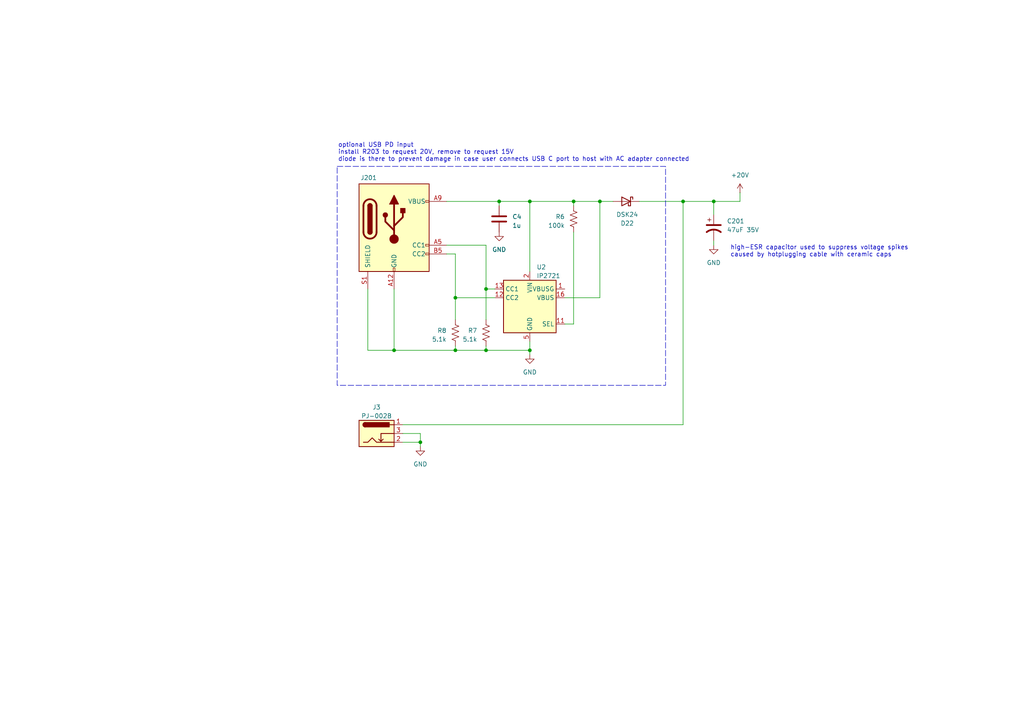
<source format=kicad_sch>
(kicad_sch
	(version 20250114)
	(generator "eeschema")
	(generator_version "9.0")
	(uuid "62756053-8f92-41aa-9a46-2fc6947760b2")
	(paper "A4")
	(lib_symbols
		(symbol "Connector:Barrel_Jack_Switch"
			(pin_names
				(hide yes)
			)
			(exclude_from_sim no)
			(in_bom yes)
			(on_board yes)
			(property "Reference" "J"
				(at 0 5.334 0)
				(effects
					(font
						(size 1.27 1.27)
					)
				)
			)
			(property "Value" "Barrel_Jack_Switch"
				(at 0 -5.08 0)
				(effects
					(font
						(size 1.27 1.27)
					)
				)
			)
			(property "Footprint" ""
				(at 1.27 -1.016 0)
				(effects
					(font
						(size 1.27 1.27)
					)
					(hide yes)
				)
			)
			(property "Datasheet" "~"
				(at 1.27 -1.016 0)
				(effects
					(font
						(size 1.27 1.27)
					)
					(hide yes)
				)
			)
			(property "Description" "DC Barrel Jack with an internal switch"
				(at 0 0 0)
				(effects
					(font
						(size 1.27 1.27)
					)
					(hide yes)
				)
			)
			(property "ki_keywords" "DC power barrel jack connector"
				(at 0 0 0)
				(effects
					(font
						(size 1.27 1.27)
					)
					(hide yes)
				)
			)
			(property "ki_fp_filters" "BarrelJack*"
				(at 0 0 0)
				(effects
					(font
						(size 1.27 1.27)
					)
					(hide yes)
				)
			)
			(symbol "Barrel_Jack_Switch_0_1"
				(rectangle
					(start -5.08 3.81)
					(end 5.08 -3.81)
					(stroke
						(width 0.254)
						(type default)
					)
					(fill
						(type background)
					)
				)
				(polyline
					(pts
						(xy -3.81 -2.54) (xy -2.54 -2.54) (xy -1.27 -1.27) (xy 0 -2.54) (xy 2.54 -2.54) (xy 5.08 -2.54)
					)
					(stroke
						(width 0.254)
						(type default)
					)
					(fill
						(type none)
					)
				)
				(arc
					(start -3.302 1.905)
					(mid -3.9343 2.54)
					(end -3.302 3.175)
					(stroke
						(width 0.254)
						(type default)
					)
					(fill
						(type none)
					)
				)
				(arc
					(start -3.302 1.905)
					(mid -3.9343 2.54)
					(end -3.302 3.175)
					(stroke
						(width 0.254)
						(type default)
					)
					(fill
						(type outline)
					)
				)
				(polyline
					(pts
						(xy 1.27 -2.286) (xy 1.905 -1.651)
					)
					(stroke
						(width 0.254)
						(type default)
					)
					(fill
						(type none)
					)
				)
				(rectangle
					(start 3.683 3.175)
					(end -3.302 1.905)
					(stroke
						(width 0.254)
						(type default)
					)
					(fill
						(type outline)
					)
				)
				(polyline
					(pts
						(xy 5.08 2.54) (xy 3.81 2.54)
					)
					(stroke
						(width 0.254)
						(type default)
					)
					(fill
						(type none)
					)
				)
				(polyline
					(pts
						(xy 5.08 0) (xy 1.27 0) (xy 1.27 -2.286) (xy 0.635 -1.651)
					)
					(stroke
						(width 0.254)
						(type default)
					)
					(fill
						(type none)
					)
				)
			)
			(symbol "Barrel_Jack_Switch_1_1"
				(pin passive line
					(at 7.62 2.54 180)
					(length 2.54)
					(name "~"
						(effects
							(font
								(size 1.27 1.27)
							)
						)
					)
					(number "1"
						(effects
							(font
								(size 1.27 1.27)
							)
						)
					)
				)
				(pin passive line
					(at 7.62 0 180)
					(length 2.54)
					(name "~"
						(effects
							(font
								(size 1.27 1.27)
							)
						)
					)
					(number "3"
						(effects
							(font
								(size 1.27 1.27)
							)
						)
					)
				)
				(pin passive line
					(at 7.62 -2.54 180)
					(length 2.54)
					(name "~"
						(effects
							(font
								(size 1.27 1.27)
							)
						)
					)
					(number "2"
						(effects
							(font
								(size 1.27 1.27)
							)
						)
					)
				)
			)
			(embedded_fonts no)
		)
		(symbol "Connector:USB_C_Receptacle_PowerOnly_6P"
			(pin_names
				(offset 1.016)
			)
			(exclude_from_sim no)
			(in_bom yes)
			(on_board yes)
			(property "Reference" "J"
				(at 0 16.51 0)
				(effects
					(font
						(size 1.27 1.27)
					)
					(justify bottom)
				)
			)
			(property "Value" "USB_C_Receptacle_PowerOnly_6P"
				(at 0 13.97 0)
				(effects
					(font
						(size 1.27 1.27)
					)
					(justify bottom)
				)
			)
			(property "Footprint" ""
				(at 3.81 2.54 0)
				(effects
					(font
						(size 1.27 1.27)
					)
					(hide yes)
				)
			)
			(property "Datasheet" "https://www.usb.org/sites/default/files/documents/usb_type-c.zip"
				(at 0 0 0)
				(effects
					(font
						(size 1.27 1.27)
					)
					(hide yes)
				)
			)
			(property "Description" "USB Power-Only 6P Type-C Receptacle connector"
				(at 0 0 0)
				(effects
					(font
						(size 1.27 1.27)
					)
					(hide yes)
				)
			)
			(property "ki_keywords" "usb universal serial bus type-C power-only charging-only 6P 6C"
				(at 0 0 0)
				(effects
					(font
						(size 1.27 1.27)
					)
					(hide yes)
				)
			)
			(property "ki_fp_filters" "USB*C*Receptacle*"
				(at 0 0 0)
				(effects
					(font
						(size 1.27 1.27)
					)
					(hide yes)
				)
			)
			(symbol "USB_C_Receptacle_PowerOnly_6P_0_0"
				(rectangle
					(start -0.254 -12.7)
					(end 0.254 -11.684)
					(stroke
						(width 0)
						(type default)
					)
					(fill
						(type none)
					)
				)
				(rectangle
					(start 10.16 7.874)
					(end 9.144 7.366)
					(stroke
						(width 0)
						(type default)
					)
					(fill
						(type none)
					)
				)
				(rectangle
					(start 10.16 -4.826)
					(end 9.144 -5.334)
					(stroke
						(width 0)
						(type default)
					)
					(fill
						(type none)
					)
				)
				(rectangle
					(start 10.16 -7.366)
					(end 9.144 -7.874)
					(stroke
						(width 0)
						(type default)
					)
					(fill
						(type none)
					)
				)
			)
			(symbol "USB_C_Receptacle_PowerOnly_6P_0_1"
				(rectangle
					(start -10.16 12.7)
					(end 10.16 -12.7)
					(stroke
						(width 0.254)
						(type default)
					)
					(fill
						(type background)
					)
				)
				(polyline
					(pts
						(xy -8.89 -1.27) (xy -8.89 6.35)
					)
					(stroke
						(width 0.508)
						(type default)
					)
					(fill
						(type none)
					)
				)
				(rectangle
					(start -7.62 -1.27)
					(end -6.35 6.35)
					(stroke
						(width 0.254)
						(type default)
					)
					(fill
						(type outline)
					)
				)
				(arc
					(start -7.62 6.35)
					(mid -6.985 6.9823)
					(end -6.35 6.35)
					(stroke
						(width 0.254)
						(type default)
					)
					(fill
						(type none)
					)
				)
				(arc
					(start -7.62 6.35)
					(mid -6.985 6.9823)
					(end -6.35 6.35)
					(stroke
						(width 0.254)
						(type default)
					)
					(fill
						(type outline)
					)
				)
				(arc
					(start -8.89 6.35)
					(mid -6.985 8.2467)
					(end -5.08 6.35)
					(stroke
						(width 0.508)
						(type default)
					)
					(fill
						(type none)
					)
				)
				(arc
					(start -5.08 -1.27)
					(mid -6.985 -3.1667)
					(end -8.89 -1.27)
					(stroke
						(width 0.508)
						(type default)
					)
					(fill
						(type none)
					)
				)
				(arc
					(start -6.35 -1.27)
					(mid -6.985 -1.9023)
					(end -7.62 -1.27)
					(stroke
						(width 0.254)
						(type default)
					)
					(fill
						(type none)
					)
				)
				(arc
					(start -6.35 -1.27)
					(mid -6.985 -1.9023)
					(end -7.62 -1.27)
					(stroke
						(width 0.254)
						(type default)
					)
					(fill
						(type outline)
					)
				)
				(polyline
					(pts
						(xy -5.08 6.35) (xy -5.08 -1.27)
					)
					(stroke
						(width 0.508)
						(type default)
					)
					(fill
						(type none)
					)
				)
				(circle
					(center -2.54 3.683)
					(radius 0.635)
					(stroke
						(width 0.254)
						(type default)
					)
					(fill
						(type outline)
					)
				)
				(polyline
					(pts
						(xy -1.27 6.858) (xy 0 9.398) (xy 1.27 6.858) (xy -1.27 6.858)
					)
					(stroke
						(width 0.254)
						(type default)
					)
					(fill
						(type outline)
					)
				)
				(polyline
					(pts
						(xy 0 0.508) (xy 2.54 3.048) (xy 2.54 4.318)
					)
					(stroke
						(width 0.508)
						(type default)
					)
					(fill
						(type none)
					)
				)
				(polyline
					(pts
						(xy 0 -0.762) (xy -2.54 1.778) (xy -2.54 3.048)
					)
					(stroke
						(width 0.508)
						(type default)
					)
					(fill
						(type none)
					)
				)
				(polyline
					(pts
						(xy 0 -3.302) (xy 0 6.858)
					)
					(stroke
						(width 0.508)
						(type default)
					)
					(fill
						(type none)
					)
				)
				(circle
					(center 0 -3.302)
					(radius 1.27)
					(stroke
						(width 0)
						(type default)
					)
					(fill
						(type outline)
					)
				)
				(rectangle
					(start 1.905 4.318)
					(end 3.175 5.588)
					(stroke
						(width 0.254)
						(type default)
					)
					(fill
						(type outline)
					)
				)
			)
			(symbol "USB_C_Receptacle_PowerOnly_6P_1_1"
				(pin passive line
					(at -7.62 -17.78 90)
					(length 5.08)
					(name "SHIELD"
						(effects
							(font
								(size 1.27 1.27)
							)
						)
					)
					(number "S1"
						(effects
							(font
								(size 1.27 1.27)
							)
						)
					)
				)
				(pin passive line
					(at 0 -17.78 90)
					(length 5.08)
					(name "GND"
						(effects
							(font
								(size 1.27 1.27)
							)
						)
					)
					(number "A12"
						(effects
							(font
								(size 1.27 1.27)
							)
						)
					)
				)
				(pin passive line
					(at 0 -17.78 90)
					(length 5.08)
					(hide yes)
					(name "GND"
						(effects
							(font
								(size 1.27 1.27)
							)
						)
					)
					(number "B12"
						(effects
							(font
								(size 1.27 1.27)
							)
						)
					)
				)
				(pin passive line
					(at 15.24 7.62 180)
					(length 5.08)
					(name "VBUS"
						(effects
							(font
								(size 1.27 1.27)
							)
						)
					)
					(number "A9"
						(effects
							(font
								(size 1.27 1.27)
							)
						)
					)
				)
				(pin passive line
					(at 15.24 7.62 180)
					(length 5.08)
					(hide yes)
					(name "VBUS"
						(effects
							(font
								(size 1.27 1.27)
							)
						)
					)
					(number "B9"
						(effects
							(font
								(size 1.27 1.27)
							)
						)
					)
				)
				(pin bidirectional line
					(at 15.24 -5.08 180)
					(length 5.08)
					(name "CC1"
						(effects
							(font
								(size 1.27 1.27)
							)
						)
					)
					(number "A5"
						(effects
							(font
								(size 1.27 1.27)
							)
						)
					)
				)
				(pin bidirectional line
					(at 15.24 -7.62 180)
					(length 5.08)
					(name "CC2"
						(effects
							(font
								(size 1.27 1.27)
							)
						)
					)
					(number "B5"
						(effects
							(font
								(size 1.27 1.27)
							)
						)
					)
				)
			)
			(embedded_fonts no)
		)
		(symbol "Device:C"
			(pin_numbers
				(hide yes)
			)
			(pin_names
				(offset 0.254)
			)
			(exclude_from_sim no)
			(in_bom yes)
			(on_board yes)
			(property "Reference" "C"
				(at 0.635 2.54 0)
				(effects
					(font
						(size 1.27 1.27)
					)
					(justify left)
				)
			)
			(property "Value" "C"
				(at 0.635 -2.54 0)
				(effects
					(font
						(size 1.27 1.27)
					)
					(justify left)
				)
			)
			(property "Footprint" ""
				(at 0.9652 -3.81 0)
				(effects
					(font
						(size 1.27 1.27)
					)
					(hide yes)
				)
			)
			(property "Datasheet" "~"
				(at 0 0 0)
				(effects
					(font
						(size 1.27 1.27)
					)
					(hide yes)
				)
			)
			(property "Description" "Unpolarized capacitor"
				(at 0 0 0)
				(effects
					(font
						(size 1.27 1.27)
					)
					(hide yes)
				)
			)
			(property "ki_keywords" "cap capacitor"
				(at 0 0 0)
				(effects
					(font
						(size 1.27 1.27)
					)
					(hide yes)
				)
			)
			(property "ki_fp_filters" "C_*"
				(at 0 0 0)
				(effects
					(font
						(size 1.27 1.27)
					)
					(hide yes)
				)
			)
			(symbol "C_0_1"
				(polyline
					(pts
						(xy -2.032 0.762) (xy 2.032 0.762)
					)
					(stroke
						(width 0.508)
						(type default)
					)
					(fill
						(type none)
					)
				)
				(polyline
					(pts
						(xy -2.032 -0.762) (xy 2.032 -0.762)
					)
					(stroke
						(width 0.508)
						(type default)
					)
					(fill
						(type none)
					)
				)
			)
			(symbol "C_1_1"
				(pin passive line
					(at 0 3.81 270)
					(length 2.794)
					(name "~"
						(effects
							(font
								(size 1.27 1.27)
							)
						)
					)
					(number "1"
						(effects
							(font
								(size 1.27 1.27)
							)
						)
					)
				)
				(pin passive line
					(at 0 -3.81 90)
					(length 2.794)
					(name "~"
						(effects
							(font
								(size 1.27 1.27)
							)
						)
					)
					(number "2"
						(effects
							(font
								(size 1.27 1.27)
							)
						)
					)
				)
			)
			(embedded_fonts no)
		)
		(symbol "Device:C_Polarized_US"
			(pin_numbers
				(hide yes)
			)
			(pin_names
				(offset 0.254)
				(hide yes)
			)
			(exclude_from_sim no)
			(in_bom yes)
			(on_board yes)
			(property "Reference" "C"
				(at 0.635 2.54 0)
				(effects
					(font
						(size 1.27 1.27)
					)
					(justify left)
				)
			)
			(property "Value" "C_Polarized_US"
				(at 0.635 -2.54 0)
				(effects
					(font
						(size 1.27 1.27)
					)
					(justify left)
				)
			)
			(property "Footprint" ""
				(at 0 0 0)
				(effects
					(font
						(size 1.27 1.27)
					)
					(hide yes)
				)
			)
			(property "Datasheet" "~"
				(at 0 0 0)
				(effects
					(font
						(size 1.27 1.27)
					)
					(hide yes)
				)
			)
			(property "Description" "Polarized capacitor, US symbol"
				(at 0 0 0)
				(effects
					(font
						(size 1.27 1.27)
					)
					(hide yes)
				)
			)
			(property "ki_keywords" "cap capacitor"
				(at 0 0 0)
				(effects
					(font
						(size 1.27 1.27)
					)
					(hide yes)
				)
			)
			(property "ki_fp_filters" "CP_*"
				(at 0 0 0)
				(effects
					(font
						(size 1.27 1.27)
					)
					(hide yes)
				)
			)
			(symbol "C_Polarized_US_0_1"
				(polyline
					(pts
						(xy -2.032 0.762) (xy 2.032 0.762)
					)
					(stroke
						(width 0.508)
						(type default)
					)
					(fill
						(type none)
					)
				)
				(polyline
					(pts
						(xy -1.778 2.286) (xy -0.762 2.286)
					)
					(stroke
						(width 0)
						(type default)
					)
					(fill
						(type none)
					)
				)
				(polyline
					(pts
						(xy -1.27 1.778) (xy -1.27 2.794)
					)
					(stroke
						(width 0)
						(type default)
					)
					(fill
						(type none)
					)
				)
				(arc
					(start -2.032 -1.27)
					(mid 0 -0.5572)
					(end 2.032 -1.27)
					(stroke
						(width 0.508)
						(type default)
					)
					(fill
						(type none)
					)
				)
			)
			(symbol "C_Polarized_US_1_1"
				(pin passive line
					(at 0 3.81 270)
					(length 2.794)
					(name "~"
						(effects
							(font
								(size 1.27 1.27)
							)
						)
					)
					(number "1"
						(effects
							(font
								(size 1.27 1.27)
							)
						)
					)
				)
				(pin passive line
					(at 0 -3.81 90)
					(length 3.302)
					(name "~"
						(effects
							(font
								(size 1.27 1.27)
							)
						)
					)
					(number "2"
						(effects
							(font
								(size 1.27 1.27)
							)
						)
					)
				)
			)
			(embedded_fonts no)
		)
		(symbol "Device:R_US"
			(pin_numbers
				(hide yes)
			)
			(pin_names
				(offset 0)
			)
			(exclude_from_sim no)
			(in_bom yes)
			(on_board yes)
			(property "Reference" "R"
				(at 2.54 0 90)
				(effects
					(font
						(size 1.27 1.27)
					)
				)
			)
			(property "Value" "R_US"
				(at -2.54 0 90)
				(effects
					(font
						(size 1.27 1.27)
					)
				)
			)
			(property "Footprint" ""
				(at 1.016 -0.254 90)
				(effects
					(font
						(size 1.27 1.27)
					)
					(hide yes)
				)
			)
			(property "Datasheet" "~"
				(at 0 0 0)
				(effects
					(font
						(size 1.27 1.27)
					)
					(hide yes)
				)
			)
			(property "Description" "Resistor, US symbol"
				(at 0 0 0)
				(effects
					(font
						(size 1.27 1.27)
					)
					(hide yes)
				)
			)
			(property "ki_keywords" "R res resistor"
				(at 0 0 0)
				(effects
					(font
						(size 1.27 1.27)
					)
					(hide yes)
				)
			)
			(property "ki_fp_filters" "R_*"
				(at 0 0 0)
				(effects
					(font
						(size 1.27 1.27)
					)
					(hide yes)
				)
			)
			(symbol "R_US_0_1"
				(polyline
					(pts
						(xy 0 2.286) (xy 0 2.54)
					)
					(stroke
						(width 0)
						(type default)
					)
					(fill
						(type none)
					)
				)
				(polyline
					(pts
						(xy 0 2.286) (xy 1.016 1.905) (xy 0 1.524) (xy -1.016 1.143) (xy 0 0.762)
					)
					(stroke
						(width 0)
						(type default)
					)
					(fill
						(type none)
					)
				)
				(polyline
					(pts
						(xy 0 0.762) (xy 1.016 0.381) (xy 0 0) (xy -1.016 -0.381) (xy 0 -0.762)
					)
					(stroke
						(width 0)
						(type default)
					)
					(fill
						(type none)
					)
				)
				(polyline
					(pts
						(xy 0 -0.762) (xy 1.016 -1.143) (xy 0 -1.524) (xy -1.016 -1.905) (xy 0 -2.286)
					)
					(stroke
						(width 0)
						(type default)
					)
					(fill
						(type none)
					)
				)
				(polyline
					(pts
						(xy 0 -2.286) (xy 0 -2.54)
					)
					(stroke
						(width 0)
						(type default)
					)
					(fill
						(type none)
					)
				)
			)
			(symbol "R_US_1_1"
				(pin passive line
					(at 0 3.81 270)
					(length 1.27)
					(name "~"
						(effects
							(font
								(size 1.27 1.27)
							)
						)
					)
					(number "1"
						(effects
							(font
								(size 1.27 1.27)
							)
						)
					)
				)
				(pin passive line
					(at 0 -3.81 90)
					(length 1.27)
					(name "~"
						(effects
							(font
								(size 1.27 1.27)
							)
						)
					)
					(number "2"
						(effects
							(font
								(size 1.27 1.27)
							)
						)
					)
				)
			)
			(embedded_fonts no)
		)
		(symbol "Diode:MBRA340"
			(pin_numbers
				(hide yes)
			)
			(pin_names
				(hide yes)
			)
			(exclude_from_sim no)
			(in_bom yes)
			(on_board yes)
			(property "Reference" "D"
				(at 0 2.54 0)
				(effects
					(font
						(size 1.27 1.27)
					)
				)
			)
			(property "Value" "MBRA340"
				(at 0 -2.54 0)
				(effects
					(font
						(size 1.27 1.27)
					)
				)
			)
			(property "Footprint" "Diode_SMD:D_SMA"
				(at 0 -4.445 0)
				(effects
					(font
						(size 1.27 1.27)
					)
					(hide yes)
				)
			)
			(property "Datasheet" "https://www.onsemi.com/pub/Collateral/MBRA340T3-D.PDF"
				(at 0 0 0)
				(effects
					(font
						(size 1.27 1.27)
					)
					(hide yes)
				)
			)
			(property "Description" "40V 3A Schottky Barrier Rectifier Diode, SMA(DO-214AC)"
				(at 0 0 0)
				(effects
					(font
						(size 1.27 1.27)
					)
					(hide yes)
				)
			)
			(property "ki_keywords" "diode Schottky"
				(at 0 0 0)
				(effects
					(font
						(size 1.27 1.27)
					)
					(hide yes)
				)
			)
			(property "ki_fp_filters" "D*SMA*"
				(at 0 0 0)
				(effects
					(font
						(size 1.27 1.27)
					)
					(hide yes)
				)
			)
			(symbol "MBRA340_0_1"
				(polyline
					(pts
						(xy -1.905 0.635) (xy -1.905 1.27) (xy -1.27 1.27) (xy -1.27 -1.27) (xy -0.635 -1.27) (xy -0.635 -0.635)
					)
					(stroke
						(width 0.254)
						(type default)
					)
					(fill
						(type none)
					)
				)
				(polyline
					(pts
						(xy 1.27 1.27) (xy 1.27 -1.27) (xy -1.27 0) (xy 1.27 1.27)
					)
					(stroke
						(width 0.254)
						(type default)
					)
					(fill
						(type none)
					)
				)
				(polyline
					(pts
						(xy 1.27 0) (xy -1.27 0)
					)
					(stroke
						(width 0)
						(type default)
					)
					(fill
						(type none)
					)
				)
			)
			(symbol "MBRA340_1_1"
				(pin passive line
					(at -3.81 0 0)
					(length 2.54)
					(name "K"
						(effects
							(font
								(size 1.27 1.27)
							)
						)
					)
					(number "1"
						(effects
							(font
								(size 1.27 1.27)
							)
						)
					)
				)
				(pin passive line
					(at 3.81 0 180)
					(length 2.54)
					(name "A"
						(effects
							(font
								(size 1.27 1.27)
							)
						)
					)
					(number "2"
						(effects
							(font
								(size 1.27 1.27)
							)
						)
					)
				)
			)
			(embedded_fonts no)
		)
		(symbol "Interface_USB:IP2721"
			(exclude_from_sim no)
			(in_bom yes)
			(on_board yes)
			(property "Reference" "U"
				(at 5.08 -10.16 0)
				(effects
					(font
						(size 1.27 1.27)
					)
				)
			)
			(property "Value" "IP2721"
				(at 7.62 -12.7 0)
				(effects
					(font
						(size 1.27 1.27)
					)
				)
			)
			(property "Footprint" "Package_SO:TSSOP-16_4.4x5mm_P0.65mm"
				(at 0 -20.32 0)
				(effects
					(font
						(size 1.27 1.27)
					)
					(hide yes)
				)
			)
			(property "Datasheet" "https://datasheet.lcsc.com/lcsc/2006111335_INJOINIC-IP2721_C603176.pdf"
				(at 0 0 0)
				(effects
					(font
						(size 1.27 1.27)
					)
					(hide yes)
				)
			)
			(property "Description" "USB TYPEC  PD Controller Interface, TSSOP-16"
				(at 0 0 0)
				(effects
					(font
						(size 1.27 1.27)
					)
					(hide yes)
				)
			)
			(property "ki_keywords" "USB TYPEC PD"
				(at 0 0 0)
				(effects
					(font
						(size 1.27 1.27)
					)
					(hide yes)
				)
			)
			(property "ki_fp_filters" "TSSOP*16*4.4x5mm*P0.65mm*"
				(at 0 0 0)
				(effects
					(font
						(size 1.27 1.27)
					)
					(hide yes)
				)
			)
			(symbol "IP2721_0_1"
				(rectangle
					(start -7.62 7.62)
					(end 7.62 -7.62)
					(stroke
						(width 0.254)
						(type default)
					)
					(fill
						(type background)
					)
				)
			)
			(symbol "IP2721_1_1"
				(pin bidirectional line
					(at -10.16 5.08 0)
					(length 2.54)
					(name "CC1"
						(effects
							(font
								(size 1.27 1.27)
							)
						)
					)
					(number "13"
						(effects
							(font
								(size 1.27 1.27)
							)
						)
					)
				)
				(pin bidirectional line
					(at -10.16 2.54 0)
					(length 2.54)
					(name "CC2"
						(effects
							(font
								(size 1.27 1.27)
							)
						)
					)
					(number "12"
						(effects
							(font
								(size 1.27 1.27)
							)
						)
					)
				)
				(pin no_connect line
					(at -7.62 -2.54 0)
					(length 2.54)
					(hide yes)
					(name "NC"
						(effects
							(font
								(size 1.27 1.27)
							)
						)
					)
					(number "4"
						(effects
							(font
								(size 1.27 1.27)
							)
						)
					)
				)
				(pin no_connect line
					(at -5.08 7.62 270)
					(length 2.54)
					(hide yes)
					(name "NC"
						(effects
							(font
								(size 1.27 1.27)
							)
						)
					)
					(number "3"
						(effects
							(font
								(size 1.27 1.27)
							)
						)
					)
				)
				(pin no_connect line
					(at -5.08 -7.62 90)
					(length 2.54)
					(hide yes)
					(name "NC"
						(effects
							(font
								(size 1.27 1.27)
							)
						)
					)
					(number "9"
						(effects
							(font
								(size 1.27 1.27)
							)
						)
					)
				)
				(pin no_connect line
					(at -2.54 7.62 270)
					(length 2.54)
					(hide yes)
					(name "NC"
						(effects
							(font
								(size 1.27 1.27)
							)
						)
					)
					(number "6"
						(effects
							(font
								(size 1.27 1.27)
							)
						)
					)
				)
				(pin no_connect line
					(at -2.54 -7.62 90)
					(length 2.54)
					(hide yes)
					(name "NC"
						(effects
							(font
								(size 1.27 1.27)
							)
						)
					)
					(number "10"
						(effects
							(font
								(size 1.27 1.27)
							)
						)
					)
				)
				(pin power_in line
					(at 0 10.16 270)
					(length 2.54)
					(name "VIN"
						(effects
							(font
								(size 1.27 1.27)
							)
						)
					)
					(number "2"
						(effects
							(font
								(size 1.27 1.27)
							)
						)
					)
				)
				(pin power_in line
					(at 0 -10.16 90)
					(length 2.54)
					(name "GND"
						(effects
							(font
								(size 1.27 1.27)
							)
						)
					)
					(number "5"
						(effects
							(font
								(size 1.27 1.27)
							)
						)
					)
				)
				(pin no_connect line
					(at 2.54 7.62 90)
					(length 2.54)
					(hide yes)
					(name "NC"
						(effects
							(font
								(size 1.27 1.27)
							)
						)
					)
					(number "7"
						(effects
							(font
								(size 1.27 1.27)
							)
						)
					)
				)
				(pin no_connect line
					(at 2.54 -7.62 90)
					(length 2.54)
					(hide yes)
					(name "NC"
						(effects
							(font
								(size 1.27 1.27)
							)
						)
					)
					(number "14"
						(effects
							(font
								(size 1.27 1.27)
							)
						)
					)
				)
				(pin no_connect line
					(at 5.08 7.62 90)
					(length 2.54)
					(hide yes)
					(name "NC"
						(effects
							(font
								(size 1.27 1.27)
							)
						)
					)
					(number "8"
						(effects
							(font
								(size 1.27 1.27)
							)
						)
					)
				)
				(pin no_connect line
					(at 5.08 -7.62 90)
					(length 2.54)
					(hide yes)
					(name "NC"
						(effects
							(font
								(size 1.27 1.27)
							)
						)
					)
					(number "15"
						(effects
							(font
								(size 1.27 1.27)
							)
						)
					)
				)
				(pin output line
					(at 10.16 5.08 180)
					(length 2.54)
					(name "VBUSG"
						(effects
							(font
								(size 1.27 1.27)
							)
						)
					)
					(number "1"
						(effects
							(font
								(size 1.27 1.27)
							)
						)
					)
				)
				(pin input line
					(at 10.16 2.54 180)
					(length 2.54)
					(name "VBUS"
						(effects
							(font
								(size 1.27 1.27)
							)
						)
					)
					(number "16"
						(effects
							(font
								(size 1.27 1.27)
							)
						)
					)
				)
				(pin input line
					(at 10.16 -5.08 180)
					(length 2.54)
					(name "SEL"
						(effects
							(font
								(size 1.27 1.27)
							)
						)
					)
					(number "11"
						(effects
							(font
								(size 1.27 1.27)
							)
						)
					)
				)
			)
			(embedded_fonts no)
		)
		(symbol "power:+24V"
			(power)
			(pin_numbers
				(hide yes)
			)
			(pin_names
				(offset 0)
				(hide yes)
			)
			(exclude_from_sim no)
			(in_bom yes)
			(on_board yes)
			(property "Reference" "#PWR"
				(at 0 -3.81 0)
				(effects
					(font
						(size 1.27 1.27)
					)
					(hide yes)
				)
			)
			(property "Value" "+24V"
				(at 0 3.556 0)
				(effects
					(font
						(size 1.27 1.27)
					)
				)
			)
			(property "Footprint" ""
				(at 0 0 0)
				(effects
					(font
						(size 1.27 1.27)
					)
					(hide yes)
				)
			)
			(property "Datasheet" ""
				(at 0 0 0)
				(effects
					(font
						(size 1.27 1.27)
					)
					(hide yes)
				)
			)
			(property "Description" "Power symbol creates a global label with name \"+24V\""
				(at 0 0 0)
				(effects
					(font
						(size 1.27 1.27)
					)
					(hide yes)
				)
			)
			(property "ki_keywords" "global power"
				(at 0 0 0)
				(effects
					(font
						(size 1.27 1.27)
					)
					(hide yes)
				)
			)
			(symbol "+24V_0_1"
				(polyline
					(pts
						(xy -0.762 1.27) (xy 0 2.54)
					)
					(stroke
						(width 0)
						(type default)
					)
					(fill
						(type none)
					)
				)
				(polyline
					(pts
						(xy 0 2.54) (xy 0.762 1.27)
					)
					(stroke
						(width 0)
						(type default)
					)
					(fill
						(type none)
					)
				)
				(polyline
					(pts
						(xy 0 0) (xy 0 2.54)
					)
					(stroke
						(width 0)
						(type default)
					)
					(fill
						(type none)
					)
				)
			)
			(symbol "+24V_1_1"
				(pin power_in line
					(at 0 0 90)
					(length 0)
					(name "~"
						(effects
							(font
								(size 1.27 1.27)
							)
						)
					)
					(number "1"
						(effects
							(font
								(size 1.27 1.27)
							)
						)
					)
				)
			)
			(embedded_fonts no)
		)
		(symbol "power:GND"
			(power)
			(pin_names
				(offset 0)
			)
			(exclude_from_sim no)
			(in_bom yes)
			(on_board yes)
			(property "Reference" "#PWR"
				(at 0 -6.35 0)
				(effects
					(font
						(size 1.27 1.27)
					)
					(hide yes)
				)
			)
			(property "Value" "GND"
				(at 0 -3.81 0)
				(effects
					(font
						(size 1.27 1.27)
					)
				)
			)
			(property "Footprint" ""
				(at 0 0 0)
				(effects
					(font
						(size 1.27 1.27)
					)
					(hide yes)
				)
			)
			(property "Datasheet" ""
				(at 0 0 0)
				(effects
					(font
						(size 1.27 1.27)
					)
					(hide yes)
				)
			)
			(property "Description" "Power symbol creates a global label with name \"GND\" , ground"
				(at 0 0 0)
				(effects
					(font
						(size 1.27 1.27)
					)
					(hide yes)
				)
			)
			(property "ki_keywords" "global power"
				(at 0 0 0)
				(effects
					(font
						(size 1.27 1.27)
					)
					(hide yes)
				)
			)
			(symbol "GND_0_1"
				(polyline
					(pts
						(xy 0 0) (xy 0 -1.27) (xy 1.27 -1.27) (xy 0 -2.54) (xy -1.27 -1.27) (xy 0 -1.27)
					)
					(stroke
						(width 0)
						(type default)
					)
					(fill
						(type none)
					)
				)
			)
			(symbol "GND_1_1"
				(pin power_in line
					(at 0 0 270)
					(length 0)
					(hide yes)
					(name "GND"
						(effects
							(font
								(size 1.27 1.27)
							)
						)
					)
					(number "1"
						(effects
							(font
								(size 1.27 1.27)
							)
						)
					)
				)
			)
			(embedded_fonts no)
		)
	)
	(rectangle
		(start 97.79 48.26)
		(end 193.04 111.76)
		(stroke
			(width 0)
			(type dash)
		)
		(fill
			(type none)
		)
		(uuid 796311aa-81ec-4ccf-97e8-7b7105dbed67)
	)
	(text "optional USB PD input\ninstall R203 to request 20V, remove to request 15V\ndiode is there to prevent damage in case user connects USB C port to host with AC adapter connected"
		(exclude_from_sim no)
		(at 98.044 46.99 0)
		(effects
			(font
				(size 1.27 1.27)
			)
			(justify left bottom)
		)
		(uuid "a2ec0c3b-4340-4245-964d-58bde42e7104")
	)
	(text "high-ESR capacitor used to suppress voltage spikes \ncaused by hotplugging cable with ceramic caps"
		(exclude_from_sim no)
		(at 211.836 74.676 0)
		(effects
			(font
				(size 1.27 1.27)
			)
			(justify left bottom)
		)
		(uuid "e5f6d523-65ec-43eb-8919-81822710e0fd")
	)
	(junction
		(at 132.08 86.36)
		(diameter 0)
		(color 0 0 0 0)
		(uuid "270291f4-0d0d-457a-9bbd-5ec0da387111")
	)
	(junction
		(at 121.92 128.27)
		(diameter 0)
		(color 0 0 0 0)
		(uuid "281448b9-27f8-438f-b156-67efa9ec5582")
	)
	(junction
		(at 132.08 101.6)
		(diameter 0)
		(color 0 0 0 0)
		(uuid "6048bd87-edc4-4e1a-88c6-9d59e56a960a")
	)
	(junction
		(at 153.67 58.42)
		(diameter 0)
		(color 0 0 0 0)
		(uuid "6df2c057-2c69-4d16-9e39-c5573a06bffe")
	)
	(junction
		(at 173.99 58.42)
		(diameter 0)
		(color 0 0 0 0)
		(uuid "754f38a1-495d-42c2-9e6d-1114acb15877")
	)
	(junction
		(at 198.12 58.42)
		(diameter 0)
		(color 0 0 0 0)
		(uuid "8911d8ee-8f6d-4446-9e8a-76729f48c42a")
	)
	(junction
		(at 207.01 58.42)
		(diameter 0)
		(color 0 0 0 0)
		(uuid "943d1b27-a161-4f08-9f5f-9ef21ef81ee3")
	)
	(junction
		(at 166.37 58.42)
		(diameter 0)
		(color 0 0 0 0)
		(uuid "954ffaa7-5a72-4251-b8d8-dbfeb189c7c8")
	)
	(junction
		(at 140.97 101.6)
		(diameter 0)
		(color 0 0 0 0)
		(uuid "a9c38d1f-ac37-4243-bc9b-d8b995cf7eae")
	)
	(junction
		(at 153.67 101.6)
		(diameter 0)
		(color 0 0 0 0)
		(uuid "bc0baf35-fb55-4abb-bbf7-50992592dd21")
	)
	(junction
		(at 114.3 101.6)
		(diameter 0)
		(color 0 0 0 0)
		(uuid "c6af0049-4223-4859-a76b-87877a2b1d31")
	)
	(junction
		(at 140.97 83.82)
		(diameter 0)
		(color 0 0 0 0)
		(uuid "cc9d0e1e-d00c-4ba0-8dc0-d750e4de6510")
	)
	(junction
		(at 144.78 58.42)
		(diameter 0)
		(color 0 0 0 0)
		(uuid "fac69fba-d407-43e8-90f8-b6f43f24f576")
	)
	(wire
		(pts
			(xy 140.97 100.33) (xy 140.97 101.6)
		)
		(stroke
			(width 0)
			(type default)
		)
		(uuid "02801d47-2f2a-4eea-ac65-1de30ee2abe2")
	)
	(wire
		(pts
			(xy 132.08 101.6) (xy 132.08 100.33)
		)
		(stroke
			(width 0)
			(type default)
		)
		(uuid "068f3a7d-c74c-4f53-bef0-d6f8f1d29284")
	)
	(wire
		(pts
			(xy 114.3 101.6) (xy 106.68 101.6)
		)
		(stroke
			(width 0)
			(type default)
		)
		(uuid "0aa8fb17-5914-4a0e-9d42-9c0124215e89")
	)
	(wire
		(pts
			(xy 132.08 101.6) (xy 140.97 101.6)
		)
		(stroke
			(width 0)
			(type default)
		)
		(uuid "0cd17908-32cd-42e0-a885-2fe9eb767755")
	)
	(wire
		(pts
			(xy 140.97 83.82) (xy 140.97 92.71)
		)
		(stroke
			(width 0)
			(type default)
		)
		(uuid "111e086f-dfcd-4f7a-9fce-760f781a06e7")
	)
	(wire
		(pts
			(xy 207.01 58.42) (xy 214.63 58.42)
		)
		(stroke
			(width 0)
			(type default)
		)
		(uuid "1bba054b-a696-4b79-a699-da7e3df1171b")
	)
	(wire
		(pts
			(xy 166.37 58.42) (xy 173.99 58.42)
		)
		(stroke
			(width 0)
			(type default)
		)
		(uuid "20f44743-bd73-4160-9feb-fc606f104ad4")
	)
	(wire
		(pts
			(xy 140.97 101.6) (xy 153.67 101.6)
		)
		(stroke
			(width 0)
			(type default)
		)
		(uuid "2258fc11-36de-43cf-9ef0-8c53264fb1c9")
	)
	(wire
		(pts
			(xy 129.54 58.42) (xy 144.78 58.42)
		)
		(stroke
			(width 0)
			(type default)
		)
		(uuid "2b56a4e5-eece-4713-aca8-ffdfba031c47")
	)
	(wire
		(pts
			(xy 173.99 86.36) (xy 163.83 86.36)
		)
		(stroke
			(width 0)
			(type default)
		)
		(uuid "395d47ca-c94d-4db3-bf15-ca01d39acb90")
	)
	(wire
		(pts
			(xy 121.92 125.73) (xy 121.92 128.27)
		)
		(stroke
			(width 0)
			(type default)
		)
		(uuid "3b0bd82d-02c1-44c0-9985-f8fdde975f02")
	)
	(wire
		(pts
			(xy 121.92 128.27) (xy 121.92 129.54)
		)
		(stroke
			(width 0)
			(type default)
		)
		(uuid "3fd4f179-5890-41f3-9c3f-0dbab0d330ed")
	)
	(wire
		(pts
			(xy 114.3 83.82) (xy 114.3 101.6)
		)
		(stroke
			(width 0)
			(type default)
		)
		(uuid "4220c492-7142-455f-a08c-48a1c0949f3c")
	)
	(wire
		(pts
			(xy 144.78 58.42) (xy 144.78 59.69)
		)
		(stroke
			(width 0)
			(type default)
		)
		(uuid "479f22bb-885c-4d6e-aa62-bd0b19b4d850")
	)
	(wire
		(pts
			(xy 153.67 99.06) (xy 153.67 101.6)
		)
		(stroke
			(width 0)
			(type default)
		)
		(uuid "4d90022b-ea1a-4307-b87b-9054ac723118")
	)
	(wire
		(pts
			(xy 106.68 83.82) (xy 106.68 101.6)
		)
		(stroke
			(width 0)
			(type default)
		)
		(uuid "56505e59-aef8-4e35-b733-8a45ff449730")
	)
	(wire
		(pts
			(xy 114.3 101.6) (xy 132.08 101.6)
		)
		(stroke
			(width 0)
			(type default)
		)
		(uuid "5733b790-7149-4d5d-a39a-398ce67eaac5")
	)
	(wire
		(pts
			(xy 207.01 58.42) (xy 198.12 58.42)
		)
		(stroke
			(width 0)
			(type default)
		)
		(uuid "58ef8b8b-3bf2-429e-8097-fddedffda1bd")
	)
	(wire
		(pts
			(xy 129.54 71.12) (xy 140.97 71.12)
		)
		(stroke
			(width 0)
			(type default)
		)
		(uuid "6192f2bc-a12c-4591-8747-5b0229334dea")
	)
	(wire
		(pts
			(xy 153.67 58.42) (xy 166.37 58.42)
		)
		(stroke
			(width 0)
			(type default)
		)
		(uuid "695e307f-6ef0-4267-a74e-db8ecc34467f")
	)
	(wire
		(pts
			(xy 121.92 128.27) (xy 116.84 128.27)
		)
		(stroke
			(width 0)
			(type default)
		)
		(uuid "6d0b79e2-0bce-459f-b82a-672dbb27690c")
	)
	(wire
		(pts
			(xy 116.84 125.73) (xy 121.92 125.73)
		)
		(stroke
			(width 0)
			(type default)
		)
		(uuid "7453bc80-7e3e-4494-9532-098e8c1e0164")
	)
	(wire
		(pts
			(xy 116.84 123.19) (xy 198.12 123.19)
		)
		(stroke
			(width 0)
			(type default)
		)
		(uuid "7818a50e-154e-4c66-a3ae-449d34a8f51c")
	)
	(wire
		(pts
			(xy 214.63 55.88) (xy 214.63 58.42)
		)
		(stroke
			(width 0)
			(type default)
		)
		(uuid "7c92e78b-3431-459d-86b9-6e790aacde9d")
	)
	(wire
		(pts
			(xy 173.99 58.42) (xy 173.99 86.36)
		)
		(stroke
			(width 0)
			(type default)
		)
		(uuid "86228951-3c59-487f-9c08-5c3896626563")
	)
	(wire
		(pts
			(xy 185.42 58.42) (xy 198.12 58.42)
		)
		(stroke
			(width 0)
			(type default)
		)
		(uuid "91c0aa7d-20cc-459c-be81-d48bfb90f33d")
	)
	(wire
		(pts
			(xy 198.12 123.19) (xy 198.12 58.42)
		)
		(stroke
			(width 0)
			(type default)
		)
		(uuid "9a71e2d2-56e0-47f0-97a2-a241501d81d3")
	)
	(wire
		(pts
			(xy 132.08 73.66) (xy 129.54 73.66)
		)
		(stroke
			(width 0)
			(type default)
		)
		(uuid "9da1e92f-ab5a-4d4c-be7b-83a10d889807")
	)
	(wire
		(pts
			(xy 153.67 102.87) (xy 153.67 101.6)
		)
		(stroke
			(width 0)
			(type default)
		)
		(uuid "9f483dd4-abe5-4757-bab1-f6775ef60914")
	)
	(wire
		(pts
			(xy 207.01 62.23) (xy 207.01 58.42)
		)
		(stroke
			(width 0)
			(type default)
		)
		(uuid "aad81eaa-66a1-44df-a31e-4fe3b213f327")
	)
	(wire
		(pts
			(xy 140.97 83.82) (xy 143.51 83.82)
		)
		(stroke
			(width 0)
			(type default)
		)
		(uuid "aec540c0-9c10-4790-b113-efcdd5f2de42")
	)
	(wire
		(pts
			(xy 166.37 93.98) (xy 166.37 67.31)
		)
		(stroke
			(width 0)
			(type default)
		)
		(uuid "b27f6613-6268-4004-a785-6ced1dbe4f5a")
	)
	(wire
		(pts
			(xy 144.78 58.42) (xy 153.67 58.42)
		)
		(stroke
			(width 0)
			(type default)
		)
		(uuid "bbf9caed-2d56-4397-bacb-88ee8c6b00ce")
	)
	(wire
		(pts
			(xy 153.67 58.42) (xy 153.67 78.74)
		)
		(stroke
			(width 0)
			(type default)
		)
		(uuid "c3f9c830-af10-48ba-b586-06283ce06c6f")
	)
	(wire
		(pts
			(xy 163.83 93.98) (xy 166.37 93.98)
		)
		(stroke
			(width 0)
			(type default)
		)
		(uuid "c8b5a00d-73a2-4ba1-86cb-6fc9d2b3cf43")
	)
	(wire
		(pts
			(xy 173.99 58.42) (xy 177.8 58.42)
		)
		(stroke
			(width 0)
			(type default)
		)
		(uuid "d3472d18-6279-4b63-b864-a34cb26bdaa2")
	)
	(wire
		(pts
			(xy 132.08 86.36) (xy 132.08 73.66)
		)
		(stroke
			(width 0)
			(type default)
		)
		(uuid "d893330b-167a-45d5-ab9f-5507517135c4")
	)
	(wire
		(pts
			(xy 207.01 71.12) (xy 207.01 69.85)
		)
		(stroke
			(width 0)
			(type default)
		)
		(uuid "db4bf17c-2c9f-471d-a9dd-0459769dea2c")
	)
	(wire
		(pts
			(xy 140.97 71.12) (xy 140.97 83.82)
		)
		(stroke
			(width 0)
			(type default)
		)
		(uuid "eac73d06-86fb-4c33-b93c-a3ba2dd43f2b")
	)
	(wire
		(pts
			(xy 166.37 58.42) (xy 166.37 59.69)
		)
		(stroke
			(width 0)
			(type default)
		)
		(uuid "ef8ef2ed-db81-4ae0-bac8-b6bf5b329ea5")
	)
	(wire
		(pts
			(xy 132.08 92.71) (xy 132.08 86.36)
		)
		(stroke
			(width 0)
			(type default)
		)
		(uuid "f4aa2fd2-219e-44dd-a1f1-04c91fdb52fb")
	)
	(wire
		(pts
			(xy 132.08 86.36) (xy 143.51 86.36)
		)
		(stroke
			(width 0)
			(type default)
		)
		(uuid "fe353aeb-c528-4ba3-9f47-1d74a878189a")
	)
	(symbol
		(lib_id "Device:C_Polarized_US")
		(at 207.01 66.04 0)
		(unit 1)
		(exclude_from_sim no)
		(in_bom yes)
		(on_board yes)
		(dnp no)
		(fields_autoplaced yes)
		(uuid "15fa3437-963f-4a64-b702-765b70ca8b6e")
		(property "Reference" "C201"
			(at 210.82 64.1349 0)
			(effects
				(font
					(size 1.27 1.27)
				)
				(justify left)
			)
		)
		(property "Value" "47uF 35V"
			(at 210.82 66.6749 0)
			(effects
				(font
					(size 1.27 1.27)
				)
				(justify left)
			)
		)
		(property "Footprint" "Capacitor_SMD:CP_Elec_6.3x5.8"
			(at 207.01 66.04 0)
			(effects
				(font
					(size 1.27 1.27)
				)
				(hide yes)
			)
		)
		(property "Datasheet" "~"
			(at 207.01 66.04 0)
			(effects
				(font
					(size 1.27 1.27)
				)
				(hide yes)
			)
		)
		(property "Description" "Polarized capacitor, US symbol"
			(at 207.01 66.04 0)
			(effects
				(font
					(size 1.27 1.27)
				)
				(hide yes)
			)
		)
		(property "LCSC" "C178565"
			(at 207.01 66.04 0)
			(effects
				(font
					(size 1.27 1.27)
				)
				(hide yes)
			)
		)
		(property "MPN" "EEEFK1V470P"
			(at 207.01 66.04 0)
			(effects
				(font
					(size 1.27 1.27)
				)
				(hide yes)
			)
		)
		(property "Sim.Enable" ""
			(at 207.01 66.04 0)
			(effects
				(font
					(size 1.27 1.27)
				)
			)
		)
		(pin "1"
			(uuid "ae6a3ae1-8da8-49e1-9c96-2145d3ecc93d")
		)
		(pin "2"
			(uuid "691ac617-23f2-44a4-8f1f-1e6be501a930")
		)
		(instances
			(project ""
				(path "/63cba488-b124-45a5-8c04-7c074fb2a8aa/afcc1f7d-e242-43c5-82be-e1054f4bb4ab"
					(reference "C201")
					(unit 1)
				)
			)
		)
	)
	(symbol
		(lib_id "power:GND")
		(at 144.78 67.31 0)
		(unit 1)
		(exclude_from_sim no)
		(in_bom yes)
		(on_board yes)
		(dnp no)
		(fields_autoplaced yes)
		(uuid "1a8b9e5f-ad01-4a8b-a086-c981e6fb077e")
		(property "Reference" "#PWR09"
			(at 144.78 73.66 0)
			(effects
				(font
					(size 1.27 1.27)
				)
				(hide yes)
			)
		)
		(property "Value" "GND"
			(at 144.78 72.39 0)
			(effects
				(font
					(size 1.27 1.27)
				)
			)
		)
		(property "Footprint" ""
			(at 144.78 67.31 0)
			(effects
				(font
					(size 1.27 1.27)
				)
				(hide yes)
			)
		)
		(property "Datasheet" ""
			(at 144.78 67.31 0)
			(effects
				(font
					(size 1.27 1.27)
				)
				(hide yes)
			)
		)
		(property "Description" ""
			(at 144.78 67.31 0)
			(effects
				(font
					(size 1.27 1.27)
				)
				(hide yes)
			)
		)
		(pin "1"
			(uuid "efcc2c05-6be4-456d-8a93-2f62f2bde7f5")
		)
		(instances
			(project "boostdriver-al8853"
				(path "/00727dd6-05dc-45da-8b8a-290f08de5929"
					(reference "#PWR09")
					(unit 1)
				)
				(path "/00727dd6-05dc-45da-8b8a-290f08de5929/3744c170-bbff-4e9f-bb30-8b581ef6d196"
					(reference "#PWR0202")
					(unit 1)
				)
			)
			(project "backlight"
				(path "/63cba488-b124-45a5-8c04-7c074fb2a8aa/afcc1f7d-e242-43c5-82be-e1054f4bb4ab"
					(reference "#PWR09")
					(unit 1)
				)
			)
		)
	)
	(symbol
		(lib_id "Connector:USB_C_Receptacle_PowerOnly_6P")
		(at 114.3 66.04 0)
		(unit 1)
		(exclude_from_sim no)
		(in_bom yes)
		(on_board yes)
		(dnp no)
		(uuid "2312c88a-883e-4aae-8147-b770f88ced96")
		(property "Reference" "J201"
			(at 106.934 51.562 0)
			(effects
				(font
					(size 1.27 1.27)
				)
			)
		)
		(property "Value" "USB_C_Receptacle_PowerOnly_6P"
			(at 114.3 50.8 0)
			(effects
				(font
					(size 1.27 1.27)
				)
				(hide yes)
			)
		)
		(property "Footprint" "Custom:USB_C_Receptacle_6PIN_generic"
			(at 118.11 63.5 0)
			(effects
				(font
					(size 1.27 1.27)
				)
				(hide yes)
			)
		)
		(property "Datasheet" "https://www.usb.org/sites/default/files/documents/usb_type-c.zip"
			(at 114.3 66.04 0)
			(effects
				(font
					(size 1.27 1.27)
				)
				(hide yes)
			)
		)
		(property "Description" "USB Power-Only 6P Type-C Receptacle connector"
			(at 114.3 66.04 0)
			(effects
				(font
					(size 1.27 1.27)
				)
				(hide yes)
			)
		)
		(property "LCSC" "C668623"
			(at 114.3 66.04 0)
			(effects
				(font
					(size 1.27 1.27)
				)
				(hide yes)
			)
		)
		(property "MPN" "TYPE-C 6P(073) "
			(at 114.3 66.04 0)
			(effects
				(font
					(size 1.27 1.27)
				)
				(hide yes)
			)
		)
		(property "Sim.Enable" ""
			(at 114.3 66.04 0)
			(effects
				(font
					(size 1.27 1.27)
				)
			)
		)
		(pin "S1"
			(uuid "21ef5baf-f10c-4fe2-b120-405144f0ebff")
		)
		(pin "B5"
			(uuid "62c83c2d-6bcc-44aa-ae78-dea3db056110")
		)
		(pin "B12"
			(uuid "b1edf6ba-ff59-4ad4-a6be-808698717125")
		)
		(pin "A5"
			(uuid "cd4bcd01-795e-4d6d-90ee-ff6b814caf3c")
		)
		(pin "A9"
			(uuid "772def7f-ff0a-4a5e-a2d2-243d50a2c847")
		)
		(pin "A12"
			(uuid "04b25cd6-6d49-4726-8258-6ad16712a6f6")
		)
		(pin "B9"
			(uuid "0238ead2-e0fd-46af-a347-241ce80b81a4")
		)
		(instances
			(project ""
				(path "/63cba488-b124-45a5-8c04-7c074fb2a8aa/afcc1f7d-e242-43c5-82be-e1054f4bb4ab"
					(reference "J201")
					(unit 1)
				)
			)
		)
	)
	(symbol
		(lib_id "power:+24V")
		(at 214.63 55.88 0)
		(unit 1)
		(exclude_from_sim no)
		(in_bom yes)
		(on_board yes)
		(dnp no)
		(fields_autoplaced yes)
		(uuid "27bc65f9-72eb-4896-b396-78b1b909bff9")
		(property "Reference" "#PWR03"
			(at 214.63 59.69 0)
			(effects
				(font
					(size 1.27 1.27)
				)
				(hide yes)
			)
		)
		(property "Value" "+20V"
			(at 214.63 50.8 0)
			(effects
				(font
					(size 1.27 1.27)
				)
			)
		)
		(property "Footprint" ""
			(at 214.63 55.88 0)
			(effects
				(font
					(size 1.27 1.27)
				)
				(hide yes)
			)
		)
		(property "Datasheet" ""
			(at 214.63 55.88 0)
			(effects
				(font
					(size 1.27 1.27)
				)
				(hide yes)
			)
		)
		(property "Description" "Power symbol creates a global label with name \"+24V\""
			(at 214.63 55.88 0)
			(effects
				(font
					(size 1.27 1.27)
				)
				(hide yes)
			)
		)
		(pin "1"
			(uuid "07e5facb-d83a-4196-9567-445dfbd1699b")
		)
		(instances
			(project "backlight"
				(path "/63cba488-b124-45a5-8c04-7c074fb2a8aa/afcc1f7d-e242-43c5-82be-e1054f4bb4ab"
					(reference "#PWR03")
					(unit 1)
				)
			)
		)
	)
	(symbol
		(lib_id "power:GND")
		(at 207.01 71.12 0)
		(unit 1)
		(exclude_from_sim no)
		(in_bom yes)
		(on_board yes)
		(dnp no)
		(fields_autoplaced yes)
		(uuid "3b7948c7-0d0a-44da-ba38-bb3f29e1f0fc")
		(property "Reference" "#PWR0103"
			(at 207.01 77.47 0)
			(effects
				(font
					(size 1.27 1.27)
				)
				(hide yes)
			)
		)
		(property "Value" "GND"
			(at 207.01 76.2 0)
			(effects
				(font
					(size 1.27 1.27)
				)
			)
		)
		(property "Footprint" ""
			(at 207.01 71.12 0)
			(effects
				(font
					(size 1.27 1.27)
				)
				(hide yes)
			)
		)
		(property "Datasheet" ""
			(at 207.01 71.12 0)
			(effects
				(font
					(size 1.27 1.27)
				)
				(hide yes)
			)
		)
		(property "Description" ""
			(at 207.01 71.12 0)
			(effects
				(font
					(size 1.27 1.27)
				)
				(hide yes)
			)
		)
		(pin "1"
			(uuid "1fdd8ba3-b80d-4ee3-8f6e-72d05ea61c06")
		)
		(instances
			(project "backlight"
				(path "/63cba488-b124-45a5-8c04-7c074fb2a8aa/afcc1f7d-e242-43c5-82be-e1054f4bb4ab"
					(reference "#PWR0103")
					(unit 1)
				)
			)
		)
	)
	(symbol
		(lib_id "Device:R_US")
		(at 140.97 96.52 0)
		(unit 1)
		(exclude_from_sim no)
		(in_bom yes)
		(on_board yes)
		(dnp no)
		(uuid "3c84289c-f62a-4d78-8169-0d651791e9d4")
		(property "Reference" "R7"
			(at 138.43 95.885 0)
			(effects
				(font
					(size 1.27 1.27)
				)
				(justify right)
			)
		)
		(property "Value" "5.1k"
			(at 138.43 98.425 0)
			(effects
				(font
					(size 1.27 1.27)
				)
				(justify right)
			)
		)
		(property "Footprint" "Resistor_SMD:R_0603_1608Metric"
			(at 141.986 96.774 90)
			(effects
				(font
					(size 1.27 1.27)
				)
				(hide yes)
			)
		)
		(property "Datasheet" "~"
			(at 140.97 96.52 0)
			(effects
				(font
					(size 1.27 1.27)
				)
				(hide yes)
			)
		)
		(property "Description" ""
			(at 140.97 96.52 0)
			(effects
				(font
					(size 1.27 1.27)
				)
				(hide yes)
			)
		)
		(property "Note" "1%"
			(at 140.97 96.52 0)
			(effects
				(font
					(size 1.27 1.27)
				)
				(hide yes)
			)
		)
		(property "MPN" "Generic 5.1KOhm 0603 5%"
			(at 140.97 96.52 0)
			(effects
				(font
					(size 1.27 1.27)
				)
				(hide yes)
			)
		)
		(property "LCSC" "C23186"
			(at 140.97 96.52 0)
			(effects
				(font
					(size 1.27 1.27)
				)
				(hide yes)
			)
		)
		(property "Sim.Enable" ""
			(at 140.97 96.52 0)
			(effects
				(font
					(size 1.27 1.27)
				)
			)
		)
		(pin "1"
			(uuid "db14b0f4-4e39-4de9-990b-d00cc52b7de1")
		)
		(pin "2"
			(uuid "f46e29aa-5ac9-4ea3-9412-4c8208466b9e")
		)
		(instances
			(project "boostdriver-al8853"
				(path "/00727dd6-05dc-45da-8b8a-290f08de5929"
					(reference "R7")
					(unit 1)
				)
				(path "/00727dd6-05dc-45da-8b8a-290f08de5929/3744c170-bbff-4e9f-bb30-8b581ef6d196"
					(reference "R202")
					(unit 1)
				)
			)
			(project "backlight"
				(path "/63cba488-b124-45a5-8c04-7c074fb2a8aa/afcc1f7d-e242-43c5-82be-e1054f4bb4ab"
					(reference "R7")
					(unit 1)
				)
			)
		)
	)
	(symbol
		(lib_id "power:GND")
		(at 121.92 129.54 0)
		(unit 1)
		(exclude_from_sim no)
		(in_bom yes)
		(on_board yes)
		(dnp no)
		(fields_autoplaced yes)
		(uuid "422d64af-e67c-401b-8755-2b53c0c73f81")
		(property "Reference" "#PWR06"
			(at 121.92 135.89 0)
			(effects
				(font
					(size 1.27 1.27)
				)
				(hide yes)
			)
		)
		(property "Value" "GND"
			(at 121.92 134.62 0)
			(effects
				(font
					(size 1.27 1.27)
				)
			)
		)
		(property "Footprint" ""
			(at 121.92 129.54 0)
			(effects
				(font
					(size 1.27 1.27)
				)
				(hide yes)
			)
		)
		(property "Datasheet" ""
			(at 121.92 129.54 0)
			(effects
				(font
					(size 1.27 1.27)
				)
				(hide yes)
			)
		)
		(property "Description" ""
			(at 121.92 129.54 0)
			(effects
				(font
					(size 1.27 1.27)
				)
				(hide yes)
			)
		)
		(pin "1"
			(uuid "8a6f078f-f7c6-4ab4-9eac-eec5a822943e")
		)
		(instances
			(project "boostdriver-al8853"
				(path "/00727dd6-05dc-45da-8b8a-290f08de5929"
					(reference "#PWR06")
					(unit 1)
				)
				(path "/00727dd6-05dc-45da-8b8a-290f08de5929/3744c170-bbff-4e9f-bb30-8b581ef6d196"
					(reference "#PWR0201")
					(unit 1)
				)
			)
			(project "backlight"
				(path "/63cba488-b124-45a5-8c04-7c074fb2a8aa/afcc1f7d-e242-43c5-82be-e1054f4bb4ab"
					(reference "#PWR06")
					(unit 1)
				)
			)
		)
	)
	(symbol
		(lib_id "power:GND")
		(at 153.67 102.87 0)
		(unit 1)
		(exclude_from_sim no)
		(in_bom yes)
		(on_board yes)
		(dnp no)
		(fields_autoplaced yes)
		(uuid "47a3c7f6-3e74-4afb-aa86-49f2e4ecc9ca")
		(property "Reference" "#PWR0101"
			(at 153.67 109.22 0)
			(effects
				(font
					(size 1.27 1.27)
				)
				(hide yes)
			)
		)
		(property "Value" "GND"
			(at 153.67 107.95 0)
			(effects
				(font
					(size 1.27 1.27)
				)
			)
		)
		(property "Footprint" ""
			(at 153.67 102.87 0)
			(effects
				(font
					(size 1.27 1.27)
				)
				(hide yes)
			)
		)
		(property "Datasheet" ""
			(at 153.67 102.87 0)
			(effects
				(font
					(size 1.27 1.27)
				)
				(hide yes)
			)
		)
		(property "Description" ""
			(at 153.67 102.87 0)
			(effects
				(font
					(size 1.27 1.27)
				)
				(hide yes)
			)
		)
		(pin "1"
			(uuid "f4f18663-11c7-40fd-affc-16a0b79fe9ae")
		)
		(instances
			(project "boostdriver-al8853"
				(path "/00727dd6-05dc-45da-8b8a-290f08de5929"
					(reference "#PWR04")
					(unit 1)
				)
				(path "/00727dd6-05dc-45da-8b8a-290f08de5929/3744c170-bbff-4e9f-bb30-8b581ef6d196"
					(reference "#PWR0203")
					(unit 1)
				)
			)
			(project "backlight"
				(path "/63cba488-b124-45a5-8c04-7c074fb2a8aa/afcc1f7d-e242-43c5-82be-e1054f4bb4ab"
					(reference "#PWR0101")
					(unit 1)
				)
			)
		)
	)
	(symbol
		(lib_id "Interface_USB:IP2721")
		(at 153.67 88.9 0)
		(unit 1)
		(exclude_from_sim no)
		(in_bom yes)
		(on_board yes)
		(dnp no)
		(fields_autoplaced yes)
		(uuid "6512f8ed-5a39-4521-83eb-f3857560aeb8")
		(property "Reference" "U2"
			(at 155.6259 77.47 0)
			(effects
				(font
					(size 1.27 1.27)
				)
				(justify left)
			)
		)
		(property "Value" "IP2721"
			(at 155.6259 80.01 0)
			(effects
				(font
					(size 1.27 1.27)
				)
				(justify left)
			)
		)
		(property "Footprint" "Package_SO:TSSOP-16_4.4x5mm_P0.65mm"
			(at 153.67 109.22 0)
			(effects
				(font
					(size 1.27 1.27)
				)
				(hide yes)
			)
		)
		(property "Datasheet" "https://datasheet.lcsc.com/lcsc/2006111335_INJOINIC-IP2721_C603176.pdf"
			(at 153.67 88.9 0)
			(effects
				(font
					(size 1.27 1.27)
				)
				(hide yes)
			)
		)
		(property "Description" ""
			(at 153.67 88.9 0)
			(effects
				(font
					(size 1.27 1.27)
				)
				(hide yes)
			)
		)
		(property "Note" ""
			(at 153.67 88.9 0)
			(effects
				(font
					(size 1.27 1.27)
				)
				(hide yes)
			)
		)
		(property "MPN" "IP2721"
			(at 153.67 88.9 0)
			(effects
				(font
					(size 1.27 1.27)
				)
				(hide yes)
			)
		)
		(property "LCSC" "C603176"
			(at 153.67 88.9 0)
			(effects
				(font
					(size 1.27 1.27)
				)
				(hide yes)
			)
		)
		(property "Sim.Enable" ""
			(at 153.67 88.9 0)
			(effects
				(font
					(size 1.27 1.27)
				)
			)
		)
		(pin "1"
			(uuid "9f70173e-b557-4a40-8ea6-7dea679537d6")
		)
		(pin "10"
			(uuid "5bffe515-789d-46ac-bd72-a0cd2704850f")
		)
		(pin "11"
			(uuid "08ca3416-bcb3-4872-bd6d-d7fbc119dcec")
		)
		(pin "12"
			(uuid "f7274279-c99d-420b-b217-9c04cb5fbd0e")
		)
		(pin "13"
			(uuid "a113cd93-5d73-4177-a0f1-d38c390523aa")
		)
		(pin "14"
			(uuid "9f211eed-7a40-4ba8-bac5-0d4dab570434")
		)
		(pin "15"
			(uuid "979ce783-b472-44b1-a33c-48c7b0bc7bdc")
		)
		(pin "16"
			(uuid "ecacdc23-9a4a-48e9-bbf6-7dda017ca5d1")
		)
		(pin "2"
			(uuid "0b758183-6c2c-471e-9adc-a67da4dd6a7c")
		)
		(pin "3"
			(uuid "f520dc26-4f04-4bb6-a078-96bbb65a87b6")
		)
		(pin "4"
			(uuid "86649e90-ed0f-4840-9615-39bc76e583c5")
		)
		(pin "5"
			(uuid "fee8e50e-fb8d-4f05-a70f-b920913c35d4")
		)
		(pin "6"
			(uuid "a98a76ee-5938-4b75-a651-95b6f1618ce1")
		)
		(pin "7"
			(uuid "dbe3be5d-1e42-487a-8d83-bd6bdf47111c")
		)
		(pin "8"
			(uuid "d791a639-a0ba-4e72-86df-80cc19dd20f8")
		)
		(pin "9"
			(uuid "5a6b28fd-5a20-44be-beee-f48b43a52d99")
		)
		(instances
			(project "boostdriver-al8853"
				(path "/00727dd6-05dc-45da-8b8a-290f08de5929"
					(reference "U2")
					(unit 1)
				)
				(path "/00727dd6-05dc-45da-8b8a-290f08de5929/3744c170-bbff-4e9f-bb30-8b581ef6d196"
					(reference "U201")
					(unit 1)
				)
			)
			(project "backlight"
				(path "/63cba488-b124-45a5-8c04-7c074fb2a8aa/afcc1f7d-e242-43c5-82be-e1054f4bb4ab"
					(reference "U2")
					(unit 1)
				)
			)
		)
	)
	(symbol
		(lib_id "Device:C")
		(at 144.78 63.5 180)
		(unit 1)
		(exclude_from_sim no)
		(in_bom yes)
		(on_board yes)
		(dnp no)
		(fields_autoplaced yes)
		(uuid "84ec6ba4-b429-41e8-b956-a396d13bd84d")
		(property "Reference" "C4"
			(at 148.59 62.865 0)
			(effects
				(font
					(size 1.27 1.27)
				)
				(justify right)
			)
		)
		(property "Value" "1u"
			(at 148.59 65.405 0)
			(effects
				(font
					(size 1.27 1.27)
				)
				(justify right)
			)
		)
		(property "Footprint" "Capacitor_SMD:C_0805_2012Metric"
			(at 143.8148 59.69 0)
			(effects
				(font
					(size 1.27 1.27)
				)
				(hide yes)
			)
		)
		(property "Datasheet" "~"
			(at 144.78 63.5 0)
			(effects
				(font
					(size 1.27 1.27)
				)
				(hide yes)
			)
		)
		(property "Description" ""
			(at 144.78 63.5 0)
			(effects
				(font
					(size 1.27 1.27)
				)
				(hide yes)
			)
		)
		(property "Note" "35V X7R"
			(at 144.78 63.5 0)
			(effects
				(font
					(size 1.27 1.27)
				)
				(hide yes)
			)
		)
		(property "MPN" "Generic 1uF 50V 0805 X7R"
			(at 144.78 63.5 0)
			(effects
				(font
					(size 1.27 1.27)
				)
				(hide yes)
			)
		)
		(property "LCSC" "C28323"
			(at 144.78 63.5 0)
			(effects
				(font
					(size 1.27 1.27)
				)
				(hide yes)
			)
		)
		(property "Sim.Enable" ""
			(at 144.78 63.5 0)
			(effects
				(font
					(size 1.27 1.27)
				)
			)
		)
		(pin "1"
			(uuid "541fe4aa-33e6-404d-a2f0-61be6176f3a5")
		)
		(pin "2"
			(uuid "b12b763c-9eaa-4119-9056-6df711d455a9")
		)
		(instances
			(project "boostdriver-al8853"
				(path "/00727dd6-05dc-45da-8b8a-290f08de5929"
					(reference "C4")
					(unit 1)
				)
				(path "/00727dd6-05dc-45da-8b8a-290f08de5929/3744c170-bbff-4e9f-bb30-8b581ef6d196"
					(reference "C201")
					(unit 1)
				)
			)
			(project "backlight"
				(path "/63cba488-b124-45a5-8c04-7c074fb2a8aa/afcc1f7d-e242-43c5-82be-e1054f4bb4ab"
					(reference "C4")
					(unit 1)
				)
			)
		)
	)
	(symbol
		(lib_id "Connector:Barrel_Jack_Switch")
		(at 109.22 125.73 0)
		(unit 1)
		(exclude_from_sim no)
		(in_bom yes)
		(on_board yes)
		(dnp no)
		(fields_autoplaced yes)
		(uuid "919a989f-9fcb-4824-9bed-f49a4d4d9836")
		(property "Reference" "J3"
			(at 109.22 118.11 0)
			(effects
				(font
					(size 1.27 1.27)
				)
			)
		)
		(property "Value" "PJ-002B"
			(at 109.22 120.65 0)
			(effects
				(font
					(size 1.27 1.27)
				)
			)
		)
		(property "Footprint" "Custom:BarrelJack_GCT_DCJ200-10-A_Horizontal"
			(at 110.49 126.746 0)
			(effects
				(font
					(size 1.27 1.27)
				)
				(hide yes)
			)
		)
		(property "Datasheet" "~"
			(at 110.49 126.746 0)
			(effects
				(font
					(size 1.27 1.27)
				)
				(hide yes)
			)
		)
		(property "Description" ""
			(at 109.22 125.73 0)
			(effects
				(font
					(size 1.27 1.27)
				)
				(hide yes)
			)
		)
		(property "Note" ""
			(at 109.22 125.73 0)
			(effects
				(font
					(size 1.27 1.27)
				)
				(hide yes)
			)
		)
		(property "MPN" "DC-005-2.5A-2.0"
			(at 109.22 125.73 0)
			(effects
				(font
					(size 1.27 1.27)
				)
				(hide yes)
			)
		)
		(property "LCSC" "C319099"
			(at 109.22 125.73 0)
			(effects
				(font
					(size 1.27 1.27)
				)
				(hide yes)
			)
		)
		(property "Sim.Enable" ""
			(at 109.22 125.73 0)
			(effects
				(font
					(size 1.27 1.27)
				)
			)
		)
		(pin "1"
			(uuid "327923c1-459d-448b-8cc7-3775a220dee2")
		)
		(pin "2"
			(uuid "70ad1a59-d555-443d-a9e2-72a08bffd437")
		)
		(pin "3"
			(uuid "c7aa8390-4ed5-4057-8de7-efffa9c647ee")
		)
		(instances
			(project "boostdriver-al8853"
				(path "/00727dd6-05dc-45da-8b8a-290f08de5929"
					(reference "J3")
					(unit 1)
				)
				(path "/00727dd6-05dc-45da-8b8a-290f08de5929/3744c170-bbff-4e9f-bb30-8b581ef6d196"
					(reference "J201")
					(unit 1)
				)
			)
			(project "backlight"
				(path "/63cba488-b124-45a5-8c04-7c074fb2a8aa/afcc1f7d-e242-43c5-82be-e1054f4bb4ab"
					(reference "J3")
					(unit 1)
				)
			)
			(project "dimmer"
				(path "/e63e39d7-6ac0-4ffd-8aa3-1841a4541b55"
					(reference "J3")
					(unit 1)
				)
			)
		)
	)
	(symbol
		(lib_id "Diode:MBRA340")
		(at 181.61 58.42 0)
		(mirror y)
		(unit 1)
		(exclude_from_sim no)
		(in_bom yes)
		(on_board yes)
		(dnp no)
		(uuid "ae8f706e-faf0-4479-858e-b07b368ac7bf")
		(property "Reference" "D22"
			(at 181.9275 64.77 0)
			(effects
				(font
					(size 1.27 1.27)
				)
			)
		)
		(property "Value" "DSK24"
			(at 181.9275 62.23 0)
			(effects
				(font
					(size 1.27 1.27)
				)
			)
		)
		(property "Footprint" "Diode_SMD:D_SOD-123F"
			(at 181.61 62.865 0)
			(effects
				(font
					(size 1.27 1.27)
				)
				(hide yes)
			)
		)
		(property "Datasheet" "https://www.onsemi.com/pub/Collateral/MBRA340T3-D.PDF"
			(at 181.61 58.42 0)
			(effects
				(font
					(size 1.27 1.27)
				)
				(hide yes)
			)
		)
		(property "Description" "40V 3A Schottky Barrier Rectifier Diode, SMA(DO-214AC)"
			(at 181.61 58.42 0)
			(effects
				(font
					(size 1.27 1.27)
				)
				(hide yes)
			)
		)
		(property "MPN" "DSK24"
			(at 181.61 58.42 0)
			(effects
				(font
					(size 1.27 1.27)
				)
				(hide yes)
			)
		)
		(property "LCSC" "C22466352"
			(at 181.61 58.42 0)
			(effects
				(font
					(size 1.27 1.27)
				)
				(hide yes)
			)
		)
		(property "Sim.Enable" ""
			(at 181.61 58.42 0)
			(effects
				(font
					(size 1.27 1.27)
				)
			)
		)
		(pin "2"
			(uuid "882e7653-f24e-4bab-9de0-95b9090daba8")
		)
		(pin "1"
			(uuid "dbfffd82-0c52-4d15-b7f3-ae40e6eb3921")
		)
		(instances
			(project "backlight"
				(path "/63cba488-b124-45a5-8c04-7c074fb2a8aa/afcc1f7d-e242-43c5-82be-e1054f4bb4ab"
					(reference "D22")
					(unit 1)
				)
			)
		)
	)
	(symbol
		(lib_id "Device:R_US")
		(at 166.37 63.5 0)
		(unit 1)
		(exclude_from_sim no)
		(in_bom yes)
		(on_board yes)
		(dnp no)
		(uuid "d9aaef31-7376-4800-a991-153378b0a47b")
		(property "Reference" "R6"
			(at 163.83 62.865 0)
			(effects
				(font
					(size 1.27 1.27)
				)
				(justify right)
			)
		)
		(property "Value" "100k"
			(at 163.83 65.405 0)
			(effects
				(font
					(size 1.27 1.27)
				)
				(justify right)
			)
		)
		(property "Footprint" "Resistor_SMD:R_0603_1608Metric"
			(at 167.386 63.754 90)
			(effects
				(font
					(size 1.27 1.27)
				)
				(hide yes)
			)
		)
		(property "Datasheet" "~"
			(at 166.37 63.5 0)
			(effects
				(font
					(size 1.27 1.27)
				)
				(hide yes)
			)
		)
		(property "Description" ""
			(at 166.37 63.5 0)
			(effects
				(font
					(size 1.27 1.27)
				)
				(hide yes)
			)
		)
		(property "Note" "1%"
			(at 166.37 63.5 0)
			(effects
				(font
					(size 1.27 1.27)
				)
				(hide yes)
			)
		)
		(property "MPN" "Generic 100KOhm 0603 5%"
			(at 166.37 63.5 0)
			(effects
				(font
					(size 1.27 1.27)
				)
				(hide yes)
			)
		)
		(property "LCSC" "C25803"
			(at 166.37 63.5 0)
			(effects
				(font
					(size 1.27 1.27)
				)
				(hide yes)
			)
		)
		(property "Sim.Enable" ""
			(at 166.37 63.5 0)
			(effects
				(font
					(size 1.27 1.27)
				)
			)
		)
		(pin "1"
			(uuid "725a4668-6e21-4e1b-8714-949564fdb63a")
		)
		(pin "2"
			(uuid "460e1149-79be-40c8-98cb-a89125430518")
		)
		(instances
			(project "boostdriver-al8853"
				(path "/00727dd6-05dc-45da-8b8a-290f08de5929"
					(reference "R6")
					(unit 1)
				)
				(path "/00727dd6-05dc-45da-8b8a-290f08de5929/3744c170-bbff-4e9f-bb30-8b581ef6d196"
					(reference "R203")
					(unit 1)
				)
			)
			(project "backlight"
				(path "/63cba488-b124-45a5-8c04-7c074fb2a8aa/afcc1f7d-e242-43c5-82be-e1054f4bb4ab"
					(reference "R6")
					(unit 1)
				)
			)
		)
	)
	(symbol
		(lib_id "Device:R_US")
		(at 132.08 96.52 0)
		(unit 1)
		(exclude_from_sim no)
		(in_bom yes)
		(on_board yes)
		(dnp no)
		(uuid "f5df197b-7671-43e0-930c-8212db47276f")
		(property "Reference" "R8"
			(at 129.54 95.885 0)
			(effects
				(font
					(size 1.27 1.27)
				)
				(justify right)
			)
		)
		(property "Value" "5.1k"
			(at 129.54 98.425 0)
			(effects
				(font
					(size 1.27 1.27)
				)
				(justify right)
			)
		)
		(property "Footprint" "Resistor_SMD:R_0603_1608Metric"
			(at 133.096 96.774 90)
			(effects
				(font
					(size 1.27 1.27)
				)
				(hide yes)
			)
		)
		(property "Datasheet" "~"
			(at 132.08 96.52 0)
			(effects
				(font
					(size 1.27 1.27)
				)
				(hide yes)
			)
		)
		(property "Description" ""
			(at 132.08 96.52 0)
			(effects
				(font
					(size 1.27 1.27)
				)
				(hide yes)
			)
		)
		(property "Note" "1%"
			(at 132.08 96.52 0)
			(effects
				(font
					(size 1.27 1.27)
				)
				(hide yes)
			)
		)
		(property "MPN" "Generic 5.1KOhm 0603 5%"
			(at 132.08 96.52 0)
			(effects
				(font
					(size 1.27 1.27)
				)
				(hide yes)
			)
		)
		(property "LCSC" "C23186"
			(at 132.08 96.52 0)
			(effects
				(font
					(size 1.27 1.27)
				)
				(hide yes)
			)
		)
		(property "Sim.Enable" ""
			(at 132.08 96.52 0)
			(effects
				(font
					(size 1.27 1.27)
				)
			)
		)
		(pin "1"
			(uuid "07bb9270-e82c-42c1-84b8-1e245d41588f")
		)
		(pin "2"
			(uuid "bb6a79a5-f788-4d92-af43-6ab741915612")
		)
		(instances
			(project "boostdriver-al8853"
				(path "/00727dd6-05dc-45da-8b8a-290f08de5929"
					(reference "R8")
					(unit 1)
				)
				(path "/00727dd6-05dc-45da-8b8a-290f08de5929/3744c170-bbff-4e9f-bb30-8b581ef6d196"
					(reference "R201")
					(unit 1)
				)
			)
			(project "backlight"
				(path "/63cba488-b124-45a5-8c04-7c074fb2a8aa/afcc1f7d-e242-43c5-82be-e1054f4bb4ab"
					(reference "R8")
					(unit 1)
				)
			)
		)
	)
)

</source>
